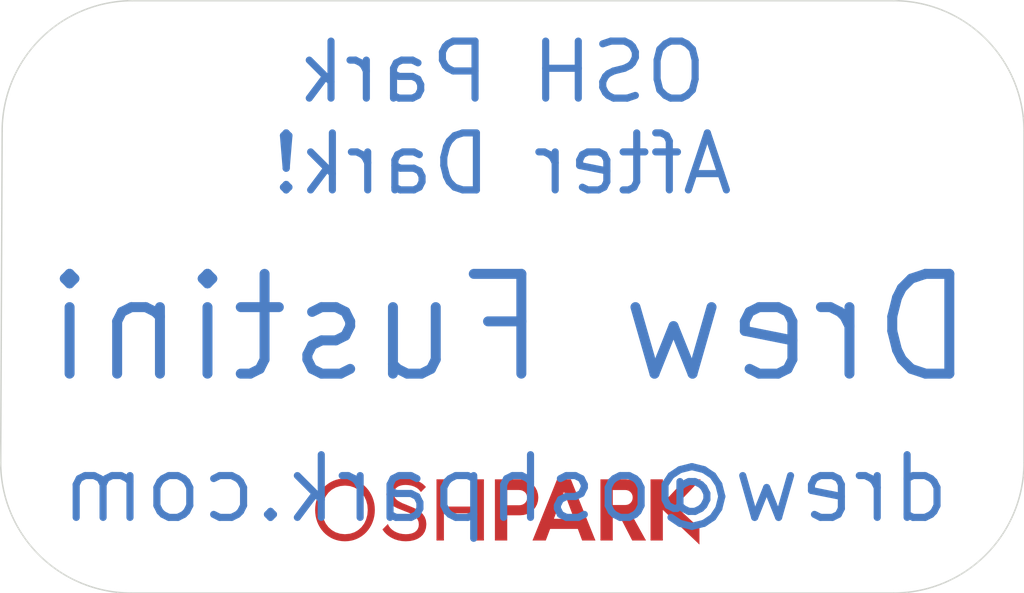
<source format=kicad_pcb>
(kicad_pcb (version 20171130) (host pcbnew 5.1.4-e60b266~84~ubuntu19.04.1)

  (general
    (thickness 1.6)
    (drawings 11)
    (tracks 0)
    (zones 0)
    (modules 1)
    (nets 1)
  )

  (page A4)
  (layers
    (0 F.Cu signal)
    (31 B.Cu signal)
    (32 B.Adhes user)
    (33 F.Adhes user)
    (34 B.Paste user)
    (35 F.Paste user)
    (36 B.SilkS user)
    (37 F.SilkS user)
    (38 B.Mask user)
    (39 F.Mask user)
    (40 Dwgs.User user)
    (41 Cmts.User user)
    (42 Eco1.User user)
    (43 Eco2.User user)
    (44 Edge.Cuts user)
    (45 Margin user)
    (46 B.CrtYd user)
    (47 F.CrtYd user)
    (48 B.Fab user)
    (49 F.Fab user)
  )

  (setup
    (last_trace_width 0.25)
    (trace_clearance 0.2)
    (zone_clearance 0.508)
    (zone_45_only no)
    (trace_min 0.2)
    (via_size 0.8)
    (via_drill 0.4)
    (via_min_size 0.4)
    (via_min_drill 0.3)
    (uvia_size 0.3)
    (uvia_drill 0.1)
    (uvias_allowed no)
    (uvia_min_size 0.2)
    (uvia_min_drill 0.1)
    (edge_width 0.05)
    (segment_width 0.2)
    (pcb_text_width 0.3)
    (pcb_text_size 1.5 1.5)
    (mod_edge_width 0.12)
    (mod_text_size 1 1)
    (mod_text_width 0.15)
    (pad_size 1.524 1.524)
    (pad_drill 0.762)
    (pad_to_mask_clearance 0.051)
    (solder_mask_min_width 0.25)
    (aux_axis_origin 0 0)
    (visible_elements FFFFFF7F)
    (pcbplotparams
      (layerselection 0x010fc_ffffffff)
      (usegerberextensions false)
      (usegerberattributes false)
      (usegerberadvancedattributes false)
      (creategerberjobfile false)
      (excludeedgelayer true)
      (linewidth 0.100000)
      (plotframeref false)
      (viasonmask false)
      (mode 1)
      (useauxorigin false)
      (hpglpennumber 1)
      (hpglpenspeed 20)
      (hpglpendiameter 15.000000)
      (psnegative false)
      (psa4output false)
      (plotreference true)
      (plotvalue true)
      (plotinvisibletext false)
      (padsonsilk false)
      (subtractmaskfromsilk false)
      (outputformat 1)
      (mirror false)
      (drillshape 1)
      (scaleselection 1)
      (outputdirectory ""))
  )

  (net 0 "")

  (net_class Default "This is the default net class."
    (clearance 0.2)
    (trace_width 0.25)
    (via_dia 0.8)
    (via_drill 0.4)
    (uvia_dia 0.3)
    (uvia_drill 0.1)
  )

  (module oshpark:OSH_small (layer F.Cu) (tedit 5DA115B0) (tstamp 5D3E8100)
    (at 144.4752 72.39)
    (descr "Imported from OSHPARK.svg")
    (tags svg2mod)
    (attr smd)
    (fp_text reference OSH_small (at 0 -11.457835) (layer F.Cu) hide
      (effects (font (size 1.524 1.524) (thickness 0.3048)))
    )
    (fp_text value G*** (at 0 11.457835) (layer F.Cu) hide
      (effects (font (size 1.524 1.524) (thickness 0.3048)))
    )
    (fp_poly (pts (xy 0.00118 -8.409695) (xy 0.00043 -3.623025) (xy 0.21316 -3.612325) (xy 0.41974 -3.580825)
      (xy 0.61914 -3.529525) (xy 0.81031 -3.459525) (xy 0.99219 -3.371925) (xy 1.16375 -3.267695)
      (xy 1.32394 -3.147905) (xy 1.4717 -3.013605) (xy 1.606 -2.865845) (xy 1.72579 -2.705655)
      (xy 1.83001 -2.534105) (xy 1.91761 -2.352215) (xy 1.98761 -2.161055) (xy 2.03891 -1.961655)
      (xy 2.07041 -1.755065) (xy 2.08111 -1.542335) (xy 2.07041 -1.329495) (xy 2.03891 -1.122805)
      (xy 1.98771 -0.923315) (xy 1.91781 -0.732055) (xy 1.83021 -0.550075) (xy 1.726 -0.378435)
      (xy 1.60622 -0.218175) (xy 1.47192 -0.070335) (xy 1.32415 0.064025) (xy 1.16396 0.183875)
      (xy 0.99238 0.288155) (xy 0.81047 0.375855) (xy 0.61928 0.445855) (xy 0.41984 0.497155)
      (xy 0.21321 0.528655) (xy 0.00043 0.539455) (xy -0.21235 0.528655) (xy -0.41897 0.497155)
      (xy -0.6184 0.445855) (xy -0.80958 0.375855) (xy -0.99147 0.288155) (xy -1.16302 0.183875)
      (xy -1.3232 0.064025) (xy -1.47095 -0.070335) (xy -1.60524 -0.218175) (xy -1.72501 -0.378435)
      (xy -1.82922 -0.550075) (xy -1.91682 -0.732055) (xy -1.98682 -0.923315) (xy -2.03812 -1.122805)
      (xy -2.06962 -1.329495) (xy -2.08032 -1.542335) (xy -2.06962 -1.755065) (xy -2.03812 -1.961655)
      (xy -1.98682 -2.161055) (xy -1.91682 -2.352215) (xy -1.82922 -2.534105) (xy -1.72501 -2.705655)
      (xy -1.60524 -2.865845) (xy -1.47095 -3.013605) (xy -1.3232 -3.147905) (xy -1.16302 -3.267695)
      (xy -0.99147 -3.371925) (xy -0.80958 -3.459525) (xy -0.6184 -3.529525) (xy -0.41897 -3.580825)
      (xy -0.21235 -3.612325) (xy 0.00043 -3.623025) (xy 0.00118 -8.409695) (xy -0.14129 -8.393995)
      (xy -0.2674 -8.349495) (xy -0.378 -8.279795) (xy -0.4739 -8.188495) (xy -0.556 -8.079355)
      (xy -0.6251 -7.956025) (xy -0.6821 -7.822195) (xy -0.7278 -7.681515) (xy -1.04856 -6.462625)
      (xy -1.30304 -6.403425) (xy -1.55293 -6.331225) (xy -2.43795 -7.223815) (xy -2.5541 -7.325575)
      (xy -2.67331 -7.414275) (xy -2.79523 -7.486675) (xy -2.91953 -7.539575) (xy -3.04586 -7.569675)
      (xy -3.17388 -7.573675) (xy -3.30323 -7.548275) (xy -3.43358 -7.490275) (xy -3.54913 -7.405275)
      (xy -3.63603 -7.303485) (xy -3.69693 -7.187695) (xy -3.73433 -7.060655) (xy -3.75073 -6.925095)
      (xy -3.74873 -6.783755) (xy -3.73103 -6.639375) (xy -3.70003 -6.494705) (xy -3.36893 -5.282225)
      (xy -3.55878 -5.102185) (xy -3.73879 -4.912505) (xy -4.95156 -5.242875) (xy -5.10317 -5.273475)
      (xy -5.25088 -5.290975) (xy -5.39277 -5.292975) (xy -5.5269 -5.276575) (xy -5.65135 -5.239375)
      (xy -5.76419 -5.178675) (xy -5.86349 -5.091975) (xy -5.94729 -4.976645) (xy -6.00489 -4.845335)
      (xy -6.02929 -4.713775) (xy -6.02429 -4.583095) (xy -5.99309 -4.454385) (xy -5.93949 -4.328745)
      (xy -5.86709 -4.207285) (xy -5.77959 -4.091105) (xy -5.68049 -3.981305) (xy -4.78848 -3.096875)
      (xy -4.86248 -2.846755) (xy -4.92388 -2.591195) (xy -6.13913 -2.271315) (xy -6.28557 -2.221815)
      (xy -6.42211 -2.163015) (xy -6.54579 -2.093715) (xy -6.65364 -2.012515) (xy -6.74264 -1.918115)
      (xy -6.80994 -1.809295) (xy -6.85244 -1.684715) (xy -6.86724 -1.543065) (xy -6.85154 -1.400675)
      (xy -6.80704 -1.274595) (xy -6.73724 -1.163985) (xy -6.64594 -1.068085) (xy -6.5368 -0.985985)
      (xy -6.41347 -0.916885) (xy -6.27964 -0.859985) (xy -6.13897 -0.814385) (xy -4.92372 -0.494365)
      (xy -4.86232 -0.239235) (xy -4.78842 0.010885) (xy -5.68043 0.895605) (xy -5.78261 1.011585)
      (xy -5.87161 1.130695) (xy -5.94411 1.252585) (xy -5.99701 1.376885) (xy -6.02701 1.503265)
      (xy -6.03101 1.631355) (xy -6.00551 1.760795) (xy -5.94741 1.891235) (xy -5.86251 2.006695)
      (xy -5.76079 2.093495) (xy -5.64502 2.154295) (xy -5.51794 2.191595) (xy -5.38232 2.207995)
      (xy -5.24091 2.205995) (xy -5.09648 2.188395) (xy -4.95178 2.157595) (xy -3.73916 1.826495)
      (xy -3.55915 2.015885) (xy -3.36929 2.196065) (xy -3.70039 3.409125) (xy -3.73109 3.560565)
      (xy -3.74869 3.708175) (xy -3.75069 3.850005) (xy -3.73429 3.984105) (xy -3.69709 4.108515)
      (xy -3.63639 4.221295) (xy -3.54959 4.320495) (xy -3.43416 4.404195) (xy -3.30285 4.461895)
      (xy -3.17132 4.486395) (xy -3.04066 4.481395) (xy -2.91197 4.450195) (xy -2.78636 4.396595)
      (xy -2.66492 4.324295) (xy -2.54876 4.236795) (xy -2.43897 4.137795) (xy -1.55409 3.245195)
      (xy -1.30401 3.319295) (xy -1.0487 3.380995) (xy -0.72882 4.596245) (xy -0.67942 4.742405)
      (xy -0.62072 4.878745) (xy -0.55142 5.002265) (xy -0.47012 5.110005) (xy -0.37562 5.199005)
      (xy -0.26663 5.266305) (xy -0.14183 5.308805) (xy 0.0001 5.323605) (xy 0.1423 5.307905)
      (xy 0.26821 5.263405) (xy 0.37868 5.193705) (xy 0.47448 5.102505) (xy 0.55658 4.993495)
      (xy 0.62568 4.870315) (xy 0.68268 4.736655) (xy 0.72838 4.596185) (xy 1.04825 3.380645)
      (xy 1.30343 3.319445) (xy 1.55379 3.245445) (xy 2.43852 4.137905) (xy 2.55442 4.240085)
      (xy 2.67348 4.329085) (xy 2.79535 4.401685) (xy 2.91965 4.454585) (xy 3.04602 4.484585)
      (xy 3.17409 4.488585) (xy 3.30349 4.462985) (xy 3.43386 4.404785) (xy 3.5493 4.319985)
      (xy 3.6361 4.218365) (xy 3.6969 4.102685) (xy 3.7342 3.975695) (xy 3.7507 3.840155)
      (xy 3.7487 3.698805) (xy 3.7312 3.554415) (xy 3.7006 3.409725) (xy 3.36921 2.196675)
      (xy 3.55866 2.016495) (xy 3.73849 1.827095) (xy 4.95155 2.158195) (xy 5.10316 2.188595)
      (xy 5.25086 2.205995) (xy 5.39274 2.207995) (xy 5.52685 2.191495) (xy 5.65126 2.154195)
      (xy 5.76405 2.093495) (xy 5.86325 2.006695) (xy 5.94695 1.891265) (xy 6.00455 1.759975)
      (xy 6.02895 1.628485) (xy 6.02395 1.497875) (xy 5.99275 1.369255) (xy 5.93915 1.243685)
      (xy 5.86685 1.122265) (xy 5.77935 1.006085) (xy 5.68035 0.896225) (xy 4.78804 0.011495)
      (xy 4.86214 -0.238625) (xy 4.92344 -0.493755) (xy 6.13868 -0.813785) (xy 6.28522 -0.863185)
      (xy 6.42183 -0.921885) (xy 6.54556 -0.991285) (xy 6.65344 -1.072585) (xy 6.74254 -1.167085)
      (xy 6.80984 -1.276075) (xy 6.85244 -1.400845) (xy 6.86724 -1.542705) (xy 6.85194 -1.684715)
      (xy 6.80764 -1.810495) (xy 6.73804 -1.920855) (xy 6.64694 -2.016655) (xy 6.53789 -2.098655)
      (xy 6.41461 -2.167755) (xy 6.2808 -2.224755) (xy 6.14013 -2.270455) (xy 4.92488 -2.590335)
      (xy 4.86358 -2.845855) (xy 4.78948 -3.095735) (xy 5.68179 -3.980895) (xy 5.78395 -4.096695)
      (xy 5.87285 -4.215675) (xy 5.94535 -4.337485) (xy 5.99815 -4.461745) (xy 6.02805 -4.588095)
      (xy 6.03205 -4.716185) (xy 6.00655 -4.845635) (xy 5.94845 -4.976085) (xy 5.86365 -5.091375)
      (xy 5.76206 -5.178075) (xy 5.64641 -5.238875) (xy 5.51943 -5.276175) (xy 5.38387 -5.292675)
      (xy 5.24246 -5.290675) (xy 5.09796 -5.273075) (xy 4.9531 -5.242275) (xy 3.74019 -4.911755)
      (xy 3.5604 -5.101105) (xy 3.3712 -5.281035) (xy 3.70215 -6.493945) (xy 3.73265 -6.645465)
      (xy 3.75005 -6.793085) (xy 3.75205 -6.934915) (xy 3.73565 -7.069005) (xy 3.69835 -7.193445)
      (xy 3.63755 -7.306295) (xy 3.55075 -7.405695) (xy 3.43522 -7.489595) (xy 3.30408 -7.547095)
      (xy 3.17265 -7.571395) (xy 3.04204 -7.566395) (xy 2.91335 -7.535095) (xy 2.78769 -7.481395)
      (xy 2.66618 -7.408995) (xy 2.54992 -7.321595) (xy 2.44003 -7.222795) (xy 1.55545 -6.330485)
      (xy 1.30598 -6.402785) (xy 1.05107 -6.462485) (xy 0.73018 -7.681375) (xy 0.68058 -7.827915)
      (xy 0.62168 -7.964525) (xy 0.55228 -8.088255) (xy 0.47098 -8.196135) (xy 0.37658 -8.285235)
      (xy 0.2677 -8.352535) (xy 0.14304 -8.395035) (xy 0.0013 -8.409835) (xy 0.00118 -8.409695)) (layer F.Mask) (width 0.073847))
    (fp_poly (pts (xy -5.71389 8.295375) (xy -5.71389 8.046425) (xy -5.88469 8.029425) (xy -6.03947 7.980425)
      (xy -6.17614 7.902625) (xy -6.29262 7.799265) (xy -6.38682 7.673515) (xy -6.45672 7.528545)
      (xy -6.50022 7.367545) (xy -6.51512 7.193705) (xy -6.50022 7.019865) (xy -6.45672 6.858865)
      (xy -6.38682 6.713895) (xy -6.29262 6.588145) (xy -6.17614 6.484785) (xy -6.03947 6.406985)
      (xy -5.88469 6.357985) (xy -5.71389 6.340985) (xy -5.54238 6.357985) (xy -5.38754 6.406985)
      (xy -5.25128 6.484785) (xy -5.13551 6.588145) (xy -5.04211 6.713895) (xy -4.97301 6.858865)
      (xy -4.93021 7.019865) (xy -4.91551 7.193705) (xy -4.93021 7.367545) (xy -4.97301 7.528545)
      (xy -5.04211 7.673515) (xy -5.13551 7.799265) (xy -5.25128 7.902625) (xy -5.38754 7.980425)
      (xy -5.54238 8.029425) (xy -5.71389 8.046425) (xy -5.71389 8.295375) (xy -5.60215 8.289375)
      (xy -5.49471 8.272675) (xy -5.39197 8.245575) (xy -5.29437 8.208575) (xy -5.20217 8.162275)
      (xy -5.11587 8.107175) (xy -5.03597 8.043775) (xy -4.96277 7.972775) (xy -4.89667 7.894575)
      (xy -4.83807 7.809775) (xy -4.78737 7.718975) (xy -4.74497 7.622675) (xy -4.71127 7.521405)
      (xy -4.68667 7.415745) (xy -4.67167 7.306225) (xy -4.66667 7.193415) (xy -4.67167 7.080595)
      (xy -4.68667 6.971085) (xy -4.71127 6.865415) (xy -4.74497 6.764145) (xy -4.78737 6.667845)
      (xy -4.83807 6.577045) (xy -4.89667 6.492245) (xy -4.96277 6.414045) (xy -5.03597 6.342945)
      (xy -5.11587 6.279545) (xy -5.20217 6.224445) (xy -5.29437 6.178145) (xy -5.39197 6.141145)
      (xy -5.49471 6.114045) (xy -5.60215 6.097345) (xy -5.71389 6.091345) (xy -5.82609 6.097345)
      (xy -5.93388 6.114045) (xy -6.03687 6.141145) (xy -6.13467 6.178145) (xy -6.22687 6.224445)
      (xy -6.31307 6.279545) (xy -6.39297 6.342945) (xy -6.46607 6.414045) (xy -6.53207 6.492245)
      (xy -6.59047 6.577045) (xy -6.64097 6.667845) (xy -6.68317 6.764145) (xy -6.71667 6.865415)
      (xy -6.74107 6.971085) (xy -6.75597 7.080595) (xy -6.76097 7.193415) (xy -6.75597 7.306225)
      (xy -6.74107 7.415745) (xy -6.71667 7.521405) (xy -6.68317 7.622675) (xy -6.64097 7.718975)
      (xy -6.59047 7.809775) (xy -6.53207 7.894575) (xy -6.46607 7.972775) (xy -6.39297 8.043775)
      (xy -6.31307 8.107175) (xy -6.22687 8.162275) (xy -6.13467 8.208575) (xy -6.03687 8.245575)
      (xy -5.93388 8.272675) (xy -5.82609 8.289375) (xy -5.71389 8.295375)) (layer F.Cu) (width 0))
    (fp_poly (pts (xy -3.5907 8.295375) (xy -3.44187 8.286375) (xy -3.30406 8.258975) (xy -3.18001 8.212975)
      (xy -3.07241 8.147975) (xy -2.98401 8.063675) (xy -2.91751 7.959725) (xy -2.87561 7.835805)
      (xy -2.86101 7.691555) (xy -2.87691 7.552235) (xy -2.92141 7.434915) (xy -2.98981 7.336615)
      (xy -3.07751 7.254415) (xy -3.17982 7.185415) (xy -3.29208 7.126615) (xy -3.52784 7.027715)
      (xy -3.70664 6.955515) (xy -3.85727 6.872815) (xy -3.91627 6.823915) (xy -3.96127 6.768115)
      (xy -3.98997 6.703915) (xy -4.00007 6.629915) (xy -3.99207 6.554915) (xy -3.96807 6.490615)
      (xy -3.93017 6.436915) (xy -3.88027 6.393515) (xy -3.82017 6.360115) (xy -3.75177 6.336615)
      (xy -3.67677 6.322615) (xy -3.59697 6.317615) (xy -3.50107 6.322615) (xy -3.41297 6.336315)
      (xy -3.33277 6.358215) (xy -3.26037 6.387715) (xy -3.19597 6.424015) (xy -3.13947 6.466415)
      (xy -3.05047 6.566885) (xy -2.87592 6.389475) (xy -2.93462 6.327375) (xy -3.00322 6.270575)
      (xy -3.08132 6.219875) (xy -3.16862 6.176275) (xy -3.26472 6.140775) (xy -3.36936 6.114275)
      (xy -3.48217 6.097675) (xy -3.60284 6.091675) (xy -3.73476 6.100675) (xy -3.85823 6.127675)
      (xy -3.97043 6.172275) (xy -4.06853 6.234275) (xy -4.14973 6.313275) (xy -4.21123 6.408975)
      (xy -4.25023 6.521165) (xy -4.26383 6.649475) (xy -4.24983 6.769025) (xy -4.21043 6.869725)
      (xy -4.14943 6.954225) (xy -4.07063 7.025125) (xy -3.97793 7.085025) (xy -3.87509 7.136525)
      (xy -3.6543 7.224725) (xy -3.4565 7.304325) (xy -3.3666 7.348925) (xy -3.2866 7.399625)
      (xy -3.2195 7.458525) (xy -3.1682 7.527725) (xy -3.1357 7.609325) (xy -3.1249 7.705425)
      (xy -3.1349 7.789025) (xy -3.1618 7.860025) (xy -3.2038 7.918825) (xy -3.2593 7.965825)
      (xy -3.3266 8.001625) (xy -3.404 8.026625) (xy -3.4899 8.041225) (xy -3.5826 8.046225)
      (xy -3.69075 8.039225) (xy -3.79323 8.020125) (xy -3.88863 7.989225) (xy -3.97563 7.947425)
      (xy -4.05283 7.895625) (xy -4.11893 7.834625) (xy -4.17243 7.765125) (xy -4.21203 7.688125)
      (xy -4.40088 7.879845) (xy -4.33778 7.967545) (xy -4.26108 8.047345) (xy -4.17208 8.118045)
      (xy -4.07218 8.178545) (xy -3.96276 8.227645) (xy -3.84518 8.264145) (xy -3.72084 8.286945)
      (xy -3.59109 8.294945) (xy -3.5907 8.295375)) (layer F.Cu) (width 0))
    (fp_poly (pts (xy -1.10433 6.120635) (xy -1.10433 7.076375) (xy -2.24607 7.076375) (xy -2.24607 6.120635)
      (xy -2.50646 6.120635) (xy -2.50646 8.266755) (xy -2.24607 8.266755) (xy -2.24607 7.311015)
      (xy -1.10433 7.311015) (xy -1.10433 8.266755) (xy -0.84394 8.266755) (xy -0.84394 6.120635)
      (xy -1.10433 6.120635)) (layer F.Cu) (width 0))
    (fp_poly (pts (xy 0.42791 6.120635) (xy -0.02711 6.495535) (xy 0.38781 6.495535) (xy 0.44521 6.500535)
      (xy 0.49851 6.515035) (xy 0.54661 6.538335) (xy 0.58851 6.569635) (xy 0.62301 6.608335)
      (xy 0.64901 6.653735) (xy 0.66541 6.705135) (xy 0.67141 6.761735) (xy 0.66541 6.820135)
      (xy 0.64901 6.872535) (xy 0.62301 6.918535) (xy 0.58851 6.957435) (xy 0.54661 6.988635)
      (xy 0.49851 7.011635) (xy 0.44521 7.025835) (xy 0.38781 7.030835) (xy 0.38781 7.030635)
      (xy -0.02711 7.030635) (xy -0.02711 6.495535) (xy 0.42791 6.120635) (xy -0.45915 6.120635)
      (xy -0.45915 8.266755) (xy -0.02707 8.266755) (xy -0.02707 7.382555) (xy 0.42791 7.382555)
      (xy 0.5579 7.370355) (xy 0.67807 7.335055) (xy 0.78609 7.278855) (xy 0.87969 7.203855)
      (xy 0.95649 7.112155) (xy 1.01419 7.006005) (xy 1.05049 6.887525) (xy 1.06309 6.758845)
      (xy 1.05049 6.630375) (xy 1.01419 6.510655) (xy 0.95649 6.402275) (xy 0.87969 6.307775)
      (xy 0.78609 6.229775) (xy 0.67807 6.170875) (xy 0.5579 6.133675) (xy 0.42791 6.120675)
      (xy 0.42791 6.120635)) (layer F.Cu) (width 0))
    (fp_poly (pts (xy 2.59844 8.266755) (xy 1.96319 6.558445) (xy 2.31515 7.505595) (xy 1.60836 7.505595)
      (xy 1.96319 6.558445) (xy 2.59844 8.266755) (xy 3.06487 8.266755) (xy 2.20355 6.120635)
      (xy 1.71996 6.120635) (xy 0.85865 8.266755) (xy 1.32508 8.266755) (xy 1.47674 7.860425)
      (xy 2.44678 7.860425) (xy 2.59844 8.266755)) (layer F.Cu) (width 0))
    (fp_poly (pts (xy 4.31659 7.328185) (xy 4.11009 7.022185) (xy 3.67228 7.022185) (xy 3.67228 6.495675)
      (xy 4.11009 6.495675) (xy 4.16319 6.500675) (xy 4.21239 6.515675) (xy 4.25669 6.539575)
      (xy 4.29509 6.571375) (xy 4.32669 6.610075) (xy 4.35039 6.654875) (xy 4.36539 6.704775)
      (xy 4.37039 6.758775) (xy 4.36539 6.812775) (xy 4.35069 6.862675) (xy 4.32729 6.907475)
      (xy 4.29609 6.946175) (xy 4.25789 6.977975) (xy 4.21359 7.001875) (xy 4.16399 7.016875)
      (xy 4.11009 7.021875) (xy 4.11009 7.022185) (xy 4.31659 7.328185) (xy 4.41049 7.296585)
      (xy 4.49619 7.251785) (xy 4.57229 7.194785) (xy 4.63749 7.126585) (xy 4.69049 7.048185)
      (xy 4.72989 6.960585) (xy 4.75449 6.864785) (xy 4.76249 6.761805) (xy 4.74979 6.631575)
      (xy 4.71319 6.510755) (xy 4.65509 6.401815) (xy 4.57799 6.307215) (xy 4.48419 6.229415)
      (xy 4.37621 6.170715) (xy 4.25643 6.133715) (xy 4.12726 6.120815) (xy 3.2402 6.120815)
      (xy 3.2402 8.266935) (xy 3.67228 8.266935) (xy 3.67228 7.356985) (xy 3.88403 7.356985)
      (xy 4.35332 8.266935) (xy 4.83691 8.266935) (xy 4.31612 7.328365) (xy 4.31659 7.328185)) (layer F.Cu) (width 0))
    (fp_poly (pts (xy 6.76111 6.120635) (xy 6.20884 6.120635) (xy 5.42765 6.959055) (xy 5.42765 6.120635)
      (xy 4.99557 6.120635) (xy 4.99557 8.266755) (xy 5.42765 8.266755) (xy 5.42765 7.193695)
      (xy 6.7096 8.409835) (xy 6.7096 7.831805) (xy 5.87118 7.056345) (xy 6.76111 6.120635)) (layer F.Cu) (width 0))
  )

  (gr_text drew@oshpark.com (at 144.3736 78.8416) (layer B.Cu) (tstamp 5D3E80A6)
    (effects (font (size 2.2 2.2) (thickness 0.25)) (justify mirror))
  )
  (gr_text "Drew Fustini" (at 144.526 73.2028) (layer B.Cu) (tstamp 5D3E808C)
    (effects (font (size 3.5 3.5) (thickness 0.35)) (justify mirror))
  )
  (gr_text "OSH Park\nAfter Dark!" (at 144.272 65.8368) (layer B.Cu) (tstamp 5D570921)
    (effects (font (size 2 2) (thickness 0.25)) (justify mirror))
  )
  (gr_line (start 126.746 66.294) (end 126.6952 77.9272) (layer Edge.Cuts) (width 0.05) (tstamp 5CD3EA20))
  (gr_line (start 157.988 82.4992) (end 131.2672 82.4992) (layer Edge.Cuts) (width 0.05) (tstamp 5CD3EA01))
  (gr_line (start 162.56 66.294) (end 162.56 77.9272) (layer Edge.Cuts) (width 0.05) (tstamp 5CD3E9C1))
  (gr_line (start 131.318 61.722) (end 157.988 61.722) (layer Edge.Cuts) (width 0.05) (tstamp 5CD3E9A9))
  (gr_arc (start 157.988 77.9272) (end 157.988 82.4992) (angle -90) (layer Edge.Cuts) (width 0.05) (tstamp 5CD3E94D))
  (gr_arc (start 131.2672 77.9272) (end 126.6952 77.9272) (angle -90) (layer Edge.Cuts) (width 0.05) (tstamp 5CD3E932))
  (gr_arc (start 131.318 66.294) (end 131.318 61.722) (angle -90) (layer Edge.Cuts) (width 0.05) (tstamp 5CD3E8FE))
  (gr_arc (start 157.988 66.294) (end 162.56 66.294) (angle -90) (layer Edge.Cuts) (width 0.05))

)

</source>
